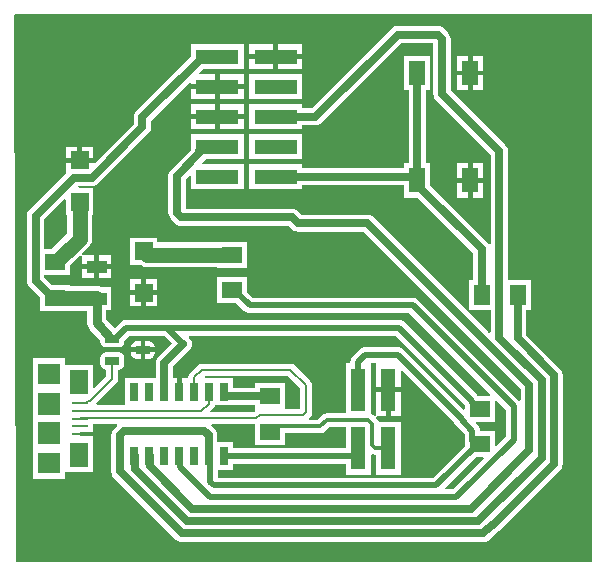
<source format=gbr>
%TF.GenerationSoftware,Altium Limited,Altium Designer,21.0.9 (235)*%
G04 Layer_Physical_Order=1*
G04 Layer_Color=255*
%FSLAX45Y45*%
%MOMM*%
%TF.SameCoordinates,18F7FDDE-D618-47A9-A2A8-584233897502*%
%TF.FilePolarity,Positive*%
%TF.FileFunction,Copper,L1,Top,Signal*%
%TF.Part,Single*%
G01*
G75*
%TA.AperFunction,SMDPad,CuDef*%
%ADD10R,0.70000X1.52500*%
%ADD11R,1.27000X3.68000*%
%ADD12R,1.40000X1.75000*%
%ADD13R,1.75000X1.40000*%
%ADD14R,1.40000X2.10000*%
%ADD15R,1.50000X1.50000*%
%TA.AperFunction,ConnectorPad*%
%ADD16R,3.68000X1.27000*%
%TA.AperFunction,SMDPad,CuDef*%
G04:AMPARAMS|DCode=17|XSize=0.65mm|YSize=1.2mm|CornerRadius=0.04875mm|HoleSize=0mm|Usage=FLASHONLY|Rotation=90.000|XOffset=0mm|YOffset=0mm|HoleType=Round|Shape=RoundedRectangle|*
%AMROUNDEDRECTD17*
21,1,0.65000,1.10250,0,0,90.0*
21,1,0.55250,1.20000,0,0,90.0*
1,1,0.09750,0.55125,0.27625*
1,1,0.09750,0.55125,-0.27625*
1,1,0.09750,-0.55125,-0.27625*
1,1,0.09750,-0.55125,0.27625*
%
%ADD17ROUNDEDRECTD17*%
%ADD18R,1.70000X1.10000*%
%ADD19R,1.90000X1.90000*%
%ADD20R,1.90000X1.80000*%
%ADD21R,1.60000X2.10000*%
%ADD22R,1.35000X0.22860*%
%TA.AperFunction,Conductor*%
%ADD23C,0.20320*%
%ADD24C,0.63500*%
%ADD25C,0.50800*%
%ADD26C,0.25400*%
%ADD27C,1.27000*%
%ADD28C,0.30480*%
%ADD29C,0.76200*%
G36*
X7419340Y2585720D02*
X2545080D01*
X2529760Y7219845D01*
X2538726Y7228840D01*
X7419340D01*
Y2585720D01*
D02*
G37*
%LPC*%
G36*
X4966820Y6969760D02*
X4762500D01*
Y6885940D01*
X4966820D01*
Y6969760D01*
D02*
G37*
G36*
X4721860D02*
X4517540D01*
Y6885940D01*
X4721860D01*
Y6969760D01*
D02*
G37*
G36*
X4966820Y6845300D02*
X4762500D01*
Y6761480D01*
X4966820D01*
Y6845300D01*
D02*
G37*
G36*
X4721860D02*
X4517540D01*
Y6761480D01*
X4721860D01*
Y6845300D01*
D02*
G37*
G36*
X6500220Y6874440D02*
X6409900D01*
Y6749121D01*
X6500220D01*
Y6874440D01*
D02*
G37*
G36*
X6369260D02*
X6278940D01*
Y6749121D01*
X6369260D01*
Y6874440D01*
D02*
G37*
G36*
X4471620Y6715760D02*
X4267300D01*
Y6631940D01*
X4471620D01*
Y6715760D01*
D02*
G37*
G36*
X6500220Y6708481D02*
X6409900D01*
Y6583160D01*
X6500220D01*
Y6708481D01*
D02*
G37*
G36*
X6369260D02*
X6278940D01*
Y6583160D01*
X6369260D01*
Y6708481D01*
D02*
G37*
G36*
X4966820Y6715760D02*
X4517540D01*
Y6507480D01*
X4966820D01*
Y6715760D01*
D02*
G37*
G36*
X4471620Y6591300D02*
X4267300D01*
Y6507480D01*
X4471620D01*
Y6591300D01*
D02*
G37*
G36*
X4226660D02*
X4022340D01*
Y6507480D01*
X4226660D01*
Y6591300D01*
D02*
G37*
G36*
X4471620Y6461760D02*
X4267300D01*
Y6377940D01*
X4471620D01*
Y6461760D01*
D02*
G37*
G36*
X4226660D02*
X4022340D01*
Y6377940D01*
X4226660D01*
Y6461760D01*
D02*
G37*
G36*
X4471620Y6337300D02*
X4267300D01*
Y6253480D01*
X4471620D01*
Y6337300D01*
D02*
G37*
G36*
X4226660D02*
X4022340D01*
Y6253480D01*
X4226660D01*
Y6337300D01*
D02*
G37*
G36*
X3196660Y6104700D02*
X3101340D01*
Y6009380D01*
X3196660D01*
Y6104700D01*
D02*
G37*
G36*
X3060700D02*
X2965380D01*
Y6009380D01*
X3060700D01*
Y6104700D01*
D02*
G37*
G36*
X4966820Y6207760D02*
X4517540D01*
Y5999480D01*
X4966820D01*
Y6207760D01*
D02*
G37*
G36*
X6500220Y5964440D02*
X6409901D01*
Y5839120D01*
X6500220D01*
Y5964440D01*
D02*
G37*
G36*
X6369261D02*
X6278940D01*
Y5839120D01*
X6369261D01*
Y5964440D01*
D02*
G37*
G36*
X6500220Y5798480D02*
X6409901D01*
Y5673160D01*
X6500220D01*
Y5798480D01*
D02*
G37*
G36*
X6369261D02*
X6278940D01*
Y5673160D01*
X6369261D01*
Y5798480D01*
D02*
G37*
G36*
X6112142Y7126595D02*
X5773980D01*
X5755083Y7124107D01*
X5737473Y7116813D01*
X5722351Y7105209D01*
X5047777Y6430635D01*
X4966820D01*
Y6461760D01*
X4517540D01*
Y6253480D01*
X4966820D01*
Y6284605D01*
X5078020D01*
X5096918Y6287093D01*
X5114528Y6294387D01*
X5129649Y6305991D01*
X5804224Y6980565D01*
X6076325D01*
Y6550660D01*
X6078813Y6531762D01*
X6086107Y6514153D01*
X6097711Y6499031D01*
X6561465Y6035276D01*
Y5279844D01*
X6548765Y5275533D01*
X6541049Y5285589D01*
X6050220Y5776418D01*
Y5964440D01*
X6012595D01*
Y6583160D01*
X6050220D01*
Y6874440D01*
X5828940D01*
Y6583160D01*
X5866565D01*
Y5964440D01*
X5828940D01*
Y5922635D01*
X4966820D01*
Y5953760D01*
X4517540D01*
Y5745480D01*
X4966820D01*
Y5776605D01*
X5828940D01*
Y5673160D01*
X5946962D01*
X6416406Y5203716D01*
Y4977000D01*
X6378780D01*
Y4720720D01*
X6561465D01*
Y4533726D01*
X6549732Y4528866D01*
X5569843Y5508755D01*
X5554721Y5520358D01*
X5537112Y5527652D01*
X5518214Y5530140D01*
X4959178D01*
X4930969Y5558349D01*
X4915847Y5569953D01*
X4898238Y5577247D01*
X4879340Y5579735D01*
X3979683D01*
Y5828940D01*
X4010607Y5859864D01*
X4022340Y5855003D01*
Y5745480D01*
X4471620D01*
Y5953760D01*
X4121097D01*
X4116237Y5965493D01*
X4146359Y5995616D01*
X4149324Y5999480D01*
X4471620D01*
Y6207760D01*
X4022340D01*
Y6078113D01*
X3855039Y5910812D01*
X3843436Y5895690D01*
X3836141Y5878081D01*
X3833654Y5859183D01*
Y5543918D01*
X3836141Y5525020D01*
X3843436Y5507410D01*
X3855039Y5492288D01*
X3892237Y5455091D01*
X3907358Y5443487D01*
X3924968Y5436193D01*
X3943866Y5433705D01*
X4849096D01*
X4877305Y5405497D01*
X4892427Y5393893D01*
X4910036Y5386599D01*
X4928934Y5384111D01*
X5487971D01*
X6817103Y4054979D01*
Y3955826D01*
X6804403Y3951515D01*
X6804182Y3951803D01*
X6804181Y3951803D01*
X5948925Y4807060D01*
X5935129Y4817646D01*
X5919064Y4824300D01*
X5901824Y4826570D01*
X5901822Y4826570D01*
X4548511D01*
X4502020Y4873061D01*
Y5000140D01*
X4245740D01*
Y4778860D01*
X4407819D01*
X4473819Y4712861D01*
X4473819Y4712860D01*
X4487615Y4702274D01*
X4503680Y4695620D01*
X4520920Y4693350D01*
X4520922Y4693350D01*
X5874233D01*
X6558870Y4008713D01*
X6554010Y3996980D01*
X6452941D01*
X5833360Y4616560D01*
X5819565Y4627146D01*
X5803500Y4633800D01*
X5786260Y4636070D01*
X5786258Y4636070D01*
X3825134D01*
X3825132Y4636070D01*
X3825130Y4636070D01*
X3475340D01*
X3458100Y4633800D01*
X3442035Y4627146D01*
X3428240Y4616560D01*
X3428239Y4616559D01*
X3381324Y4569645D01*
X3378978Y4569798D01*
X3305219Y4643557D01*
Y4722740D01*
X3351440D01*
Y4914020D01*
X3272325D01*
X3249246Y4923580D01*
X3222060Y4927159D01*
X2998340D01*
Y4936500D01*
X2845318D01*
X2783325Y4998494D01*
Y5015220D01*
X2998340D01*
Y5095153D01*
X3087639Y5184452D01*
X3100160Y5179012D01*
X3100160Y5173394D01*
Y5108700D01*
X3205480D01*
Y5184020D01*
X3111638D01*
X3105168Y5184020D01*
X3099728Y5196541D01*
X3155293Y5252106D01*
X3155294Y5252106D01*
X3171986Y5273861D01*
X3182480Y5299194D01*
X3186059Y5326380D01*
X3186059Y5326382D01*
Y5523420D01*
X3196660D01*
Y5754700D01*
X3078052D01*
X3071264Y5767400D01*
X3072103Y5768655D01*
X3186005D01*
X3204902Y5771143D01*
X3222512Y5778438D01*
X3237634Y5790041D01*
X3664386Y6216794D01*
X3675990Y6231915D01*
X3683284Y6249525D01*
X3685772Y6268423D01*
Y6321654D01*
X4010607Y6646489D01*
X4022340Y6641629D01*
Y6631940D01*
X4226660D01*
Y6715760D01*
X4096472D01*
X4091611Y6727493D01*
X4125598Y6761480D01*
X4471620D01*
Y6969760D01*
X4022340D01*
Y6864738D01*
X3561128Y6403526D01*
X3549525Y6388405D01*
X3542230Y6370795D01*
X3539743Y6351897D01*
Y6298666D01*
X3208393Y5967316D01*
X3204957Y5968740D01*
X3081020D01*
X2965380D01*
Y5879053D01*
X2658681Y5572354D01*
X2647078Y5557232D01*
X2639783Y5539623D01*
X2637295Y5520725D01*
Y4968250D01*
X2639783Y4949353D01*
X2647078Y4931743D01*
X2658681Y4916621D01*
X2742060Y4833242D01*
Y4715220D01*
X2998340D01*
Y4717081D01*
X3146381D01*
Y4610662D01*
X3146380Y4610660D01*
X3149087Y4590105D01*
X3157021Y4570950D01*
X3169642Y4554502D01*
X3255888Y4468256D01*
Y4451415D01*
X3259421Y4433656D01*
X3269481Y4418601D01*
X3284536Y4408541D01*
X3302295Y4405008D01*
X3412545D01*
X3430304Y4408541D01*
X3445359Y4418601D01*
X3455419Y4433656D01*
X3458952Y4451415D01*
Y4458871D01*
X3502931Y4502850D01*
X3797541D01*
X3861022Y4439369D01*
X3745671Y4324017D01*
X3734067Y4308895D01*
X3726773Y4291286D01*
X3724285Y4272388D01*
Y4147290D01*
X3467660D01*
Y3918525D01*
X3226611D01*
X3221750Y3930259D01*
X3394045Y4102553D01*
X3405273Y4119357D01*
X3409215Y4139178D01*
Y4215008D01*
X3412545D01*
X3430304Y4218541D01*
X3445359Y4228601D01*
X3455419Y4243656D01*
X3458952Y4261415D01*
Y4316665D01*
X3455419Y4334424D01*
X3445359Y4349480D01*
X3430304Y4359539D01*
X3412545Y4363072D01*
X3302295D01*
X3284536Y4359539D01*
X3269481Y4349480D01*
X3259421Y4334424D01*
X3255888Y4316665D01*
Y4261415D01*
X3259421Y4243656D01*
X3269481Y4228601D01*
X3284536Y4218541D01*
X3302295Y4215008D01*
X3305625D01*
Y4160632D01*
X3206773Y4061781D01*
X3195040Y4066641D01*
Y4258640D01*
X2955040D01*
Y4313640D01*
X2683760D01*
Y4052360D01*
Y3787360D01*
Y3547360D01*
Y3292360D01*
X2955040D01*
Y3347360D01*
X3195040D01*
Y3620930D01*
X3195040D01*
Y3652680D01*
X3086900D01*
Y3685925D01*
X3195040D01*
Y3685930D01*
Y3753975D01*
X3394198D01*
X3399458Y3741275D01*
X3370855Y3712672D01*
X3359251Y3697550D01*
X3351957Y3679940D01*
X3349469Y3661042D01*
Y3354639D01*
X3351957Y3335741D01*
X3359251Y3318132D01*
X3370855Y3303010D01*
X3895934Y2777931D01*
X3911055Y2766327D01*
X3928665Y2759033D01*
X3947563Y2756545D01*
X6499816D01*
X6518714Y2759033D01*
X6536324Y2766327D01*
X6551445Y2777931D01*
X6610570Y2837056D01*
X6617647Y2839987D01*
X6632769Y2851591D01*
X7150027Y3368848D01*
X7161630Y3383970D01*
X7168924Y3401580D01*
X7171412Y3420478D01*
Y4171495D01*
X7168924Y4190392D01*
X7161630Y4208002D01*
X7150027Y4223124D01*
X6862435Y4510716D01*
Y4720720D01*
X6900060D01*
Y4977000D01*
X6707495D01*
Y6065520D01*
X6705007Y6084418D01*
X6697713Y6102027D01*
X6686109Y6117149D01*
X6222355Y6580904D01*
Y7016382D01*
X6219867Y7035280D01*
X6212573Y7052890D01*
X6200969Y7068012D01*
X6163772Y7105209D01*
X6148650Y7116813D01*
X6131040Y7124107D01*
X6112142Y7126595D01*
D02*
G37*
G36*
X3246120Y5184020D02*
Y5108700D01*
X3351440D01*
Y5184020D01*
X3246120D01*
D02*
G37*
G36*
X3740220Y5335340D02*
X3508940D01*
Y5104060D01*
X3595059D01*
X3602261Y5098534D01*
X3627594Y5088040D01*
X3654780Y5084461D01*
X3654782Y5084461D01*
X4245740D01*
Y5078860D01*
X4502020D01*
Y5300140D01*
X4245740D01*
Y5294539D01*
X3740220D01*
Y5335340D01*
D02*
G37*
G36*
X3351440Y5068060D02*
X3246120D01*
Y4992740D01*
X3351440D01*
Y5068060D01*
D02*
G37*
G36*
X3205480D02*
X3100160D01*
Y4992740D01*
X3205480D01*
Y5068060D01*
D02*
G37*
G36*
X3740220Y4985340D02*
X3644900D01*
Y4890020D01*
X3740220D01*
Y4985340D01*
D02*
G37*
G36*
X3604260D02*
X3508940D01*
Y4890020D01*
X3604260D01*
Y4985340D01*
D02*
G37*
G36*
X3740220Y4849380D02*
X3644900D01*
Y4754060D01*
X3740220D01*
Y4849380D01*
D02*
G37*
G36*
X3604260D02*
X3508940D01*
Y4754060D01*
X3604260D01*
Y4849380D01*
D02*
G37*
G36*
X3672545Y4458072D02*
X3637740D01*
Y4404360D01*
X3718952D01*
Y4411665D01*
X3715419Y4429424D01*
X3705359Y4444480D01*
X3690304Y4454539D01*
X3672545Y4458072D01*
D02*
G37*
G36*
X3597100D02*
X3562295D01*
X3544536Y4454539D01*
X3529481Y4444480D01*
X3519421Y4429424D01*
X3515888Y4411665D01*
Y4404360D01*
X3597100D01*
Y4458072D01*
D02*
G37*
G36*
X3718952Y4363720D02*
X3637740D01*
Y4310008D01*
X3672545D01*
X3690304Y4313541D01*
X3705359Y4323600D01*
X3715419Y4338656D01*
X3718952Y4356415D01*
Y4363720D01*
D02*
G37*
G36*
X3597100D02*
X3515888D01*
Y4356415D01*
X3519421Y4338656D01*
X3529481Y4323600D01*
X3544536Y4313541D01*
X3562295Y4310008D01*
X3597100D01*
Y4363720D01*
D02*
G37*
%LPD*%
G36*
X2965380Y5655943D02*
Y5523420D01*
X2975981D01*
Y5369888D01*
X2842592Y5236500D01*
X2783325D01*
Y5490482D01*
X2953647Y5660804D01*
X2965380Y5655943D01*
D02*
G37*
G36*
X4945785Y4063343D02*
Y3884802D01*
X4819520D01*
Y4100980D01*
X4563240D01*
Y4063355D01*
X4380940D01*
Y4147290D01*
X4147054D01*
X4140735Y4159990D01*
X4144225Y4164605D01*
X4844523D01*
X4945785Y4063343D01*
D02*
G37*
G36*
X4563240Y3879700D02*
X4563240D01*
X4565449Y3867000D01*
X4556014Y3857565D01*
X4193788D01*
X4188928Y3869299D01*
X4212385Y3892755D01*
X4223613Y3909559D01*
X4224398Y3913510D01*
X4380940D01*
Y3917325D01*
X4563240D01*
Y3879700D01*
D02*
G37*
G36*
X6341240Y3920279D02*
Y3883834D01*
X6329507Y3878974D01*
X5820521Y4387960D01*
X5806725Y4398546D01*
X5790660Y4405200D01*
X5773420Y4407470D01*
X5773418Y4407470D01*
X5501642D01*
X5501640Y4407470D01*
X5484400Y4405200D01*
X5468335Y4398546D01*
X5454540Y4387960D01*
X5454539Y4387959D01*
X5393580Y4327000D01*
X5382994Y4313205D01*
X5376340Y4297140D01*
X5374070Y4279900D01*
X5365797Y4270760D01*
X5336540D01*
Y3847775D01*
X5172403D01*
X5150600Y3843438D01*
X5132116Y3831087D01*
X5094963Y3793935D01*
X5027802D01*
X5022541Y3806635D01*
X5034205Y3818298D01*
X5045433Y3835102D01*
X5049375Y3854923D01*
Y4084797D01*
X5045433Y4104618D01*
X5034205Y4121422D01*
X4902602Y4253025D01*
X4885798Y4264253D01*
X4865977Y4268195D01*
X4117341D01*
X4117340Y4268195D01*
X4097519Y4264253D01*
X4080715Y4253025D01*
X4080715Y4253024D01*
X4014675Y4186985D01*
X4003447Y4170181D01*
X3999505Y4150360D01*
Y4147290D01*
X3944620D01*
Y4030400D01*
X3903980D01*
Y4147290D01*
X3870315D01*
Y4242145D01*
X4011381Y4383211D01*
X4022984Y4398333D01*
X4030278Y4415942D01*
X4032766Y4434840D01*
X4030278Y4453737D01*
X4022984Y4471347D01*
X4011381Y4486469D01*
X4006584Y4490150D01*
X4010895Y4502850D01*
X5758669D01*
X6341240Y3920279D01*
D02*
G37*
G36*
X6690472Y3877111D02*
Y3650738D01*
X6609253Y3569520D01*
X6597520Y3574380D01*
Y3696980D01*
X6486189D01*
X6473890Y3697546D01*
X6471620Y3714785D01*
X6464966Y3730850D01*
X6454381Y3744646D01*
X6454380Y3744647D01*
X6435060Y3763967D01*
X6439920Y3775700D01*
X6597520D01*
Y3953470D01*
X6609253Y3958330D01*
X6690472Y3877111D01*
D02*
G37*
G36*
X4563240Y3579700D02*
X4819520D01*
Y3679985D01*
X5118563D01*
X5140366Y3684322D01*
X5158850Y3696673D01*
X5196003Y3733825D01*
X5336540D01*
Y3554610D01*
X4380940D01*
Y3604890D01*
X4248064D01*
Y3661042D01*
X4245576Y3679940D01*
X4238282Y3697550D01*
X4226679Y3712672D01*
X4198075Y3741275D01*
X4203336Y3753975D01*
X4563240D01*
Y3579700D01*
D02*
G37*
G36*
X5590540Y4270760D02*
Y4066440D01*
X5798820D01*
Y4204666D01*
X5810553Y4209526D01*
X6253738Y3766341D01*
X6258154Y3755680D01*
X6268740Y3741885D01*
X6340670Y3669955D01*
Y3610342D01*
X6340670Y3610340D01*
X6341240Y3606009D01*
Y3569901D01*
X6073909Y3302570D01*
X4254510D01*
Y3371110D01*
X4380940D01*
Y3421390D01*
X5336540D01*
Y3326280D01*
X5544820D01*
Y3495594D01*
X5557520Y3502383D01*
X5563657Y3498282D01*
X5585460Y3493945D01*
X5590540D01*
Y3326280D01*
X5798820D01*
Y3775560D01*
X5613555D01*
X5612698Y3779870D01*
X5600347Y3798353D01*
X5589483Y3809218D01*
X5595181Y3821480D01*
X5674360D01*
Y4025800D01*
X5590540D01*
Y3826121D01*
X5578278Y3820423D01*
X5567613Y3831087D01*
X5549129Y3843438D01*
X5544820Y3844295D01*
Y4270760D01*
X5556074Y4274250D01*
X5579286D01*
X5590540Y4270760D01*
D02*
G37*
G36*
X6503700Y3463967D02*
X6241974Y3202240D01*
X6178575D01*
X6173714Y3213973D01*
X6435441Y3475700D01*
X6498840D01*
X6503700Y3463967D01*
D02*
G37*
%LPC*%
G36*
X5798820Y4025800D02*
X5715000D01*
Y3821480D01*
X5798820D01*
Y4025800D01*
D02*
G37*
%LPD*%
D10*
X3797300Y4030400D02*
D03*
X3924300D02*
D03*
X3543300Y3488000D02*
D03*
X3670300D02*
D03*
X3797300D02*
D03*
X3924300D02*
D03*
X4051300D02*
D03*
X4178300D02*
D03*
X4305300D02*
D03*
Y4030400D02*
D03*
X4178300D02*
D03*
X4051300D02*
D03*
X3670300D02*
D03*
X3543300D02*
D03*
D11*
X5440680Y3550920D02*
D03*
Y4046120D02*
D03*
X5694680Y3550920D02*
D03*
Y4046120D02*
D03*
D12*
X6789420Y4848860D02*
D03*
X6489420D02*
D03*
D13*
X4691380Y3990340D02*
D03*
Y3690340D02*
D03*
X4373880Y4889500D02*
D03*
Y5189500D02*
D03*
X2870200Y5125860D02*
D03*
Y4825860D02*
D03*
X6469380Y3586340D02*
D03*
Y3886340D02*
D03*
D14*
X6389580Y5818800D02*
D03*
Y6728800D02*
D03*
X5939580D02*
D03*
Y5818800D02*
D03*
D15*
X3624580Y5219700D02*
D03*
Y4869700D02*
D03*
X3081020Y5639060D02*
D03*
Y5989060D02*
D03*
D16*
X4742180Y5849620D02*
D03*
X4246980Y6865620D02*
D03*
X4742180D02*
D03*
X4246980Y6611620D02*
D03*
X4742180D02*
D03*
X4246980Y6357620D02*
D03*
X4742180D02*
D03*
X4246980Y6103620D02*
D03*
X4742180D02*
D03*
X4246980Y5849620D02*
D03*
D17*
X3617420Y4384040D02*
D03*
X3357420Y4289040D02*
D03*
Y4479040D02*
D03*
D18*
X3225800Y4818380D02*
D03*
Y5088380D02*
D03*
D19*
X2819400Y3683000D02*
D03*
Y3923000D02*
D03*
D20*
Y3423000D02*
D03*
Y4183000D02*
D03*
D21*
X3074400Y3493000D02*
D03*
Y4113000D02*
D03*
D22*
X3086900Y3933000D02*
D03*
Y3738000D02*
D03*
Y3868000D02*
D03*
Y3803000D02*
D03*
Y3673000D02*
D03*
D23*
X4113110Y3866730D02*
X4175760Y3929380D01*
X3088170Y3866730D02*
X4113110D01*
X4175760Y4027860D02*
X4178300Y4030400D01*
X4175760Y3929380D02*
Y4027860D01*
X4051300Y4030400D02*
Y4150360D01*
X4117340Y4216400D02*
X4865977D01*
X4051300Y4150360D02*
X4117340Y4216400D01*
X4865977D02*
X4997580Y4084797D01*
Y3854923D02*
Y4084797D01*
X3086900Y3868000D02*
X3088170Y3866730D01*
X3152732Y3804270D02*
X3154232Y3805770D01*
X3086900Y3803000D02*
X3088170Y3804270D01*
X4577468Y3805770D02*
X4604705Y3833007D01*
X3154232Y3805770D02*
X4577468D01*
X3088170Y3804270D02*
X3152732D01*
X4975664Y3833007D02*
X4997580Y3854923D01*
X4604705Y3833007D02*
X4975664D01*
X3166705Y3948463D02*
X3357420Y4139178D01*
X3150903Y3948463D02*
X3166705D01*
X3136900Y3934460D02*
X3150903Y3948463D01*
X3357420Y4139178D02*
Y4289040D01*
D24*
X3459681Y3698240D02*
X4137852D01*
X4175050Y3491250D02*
Y3661042D01*
X3422484D02*
X3459681Y3698240D01*
X4137852D02*
X4175050Y3661042D01*
X3422484Y3354639D02*
Y3661042D01*
X3943866Y5506720D02*
X4879340D01*
X3906668Y5543918D02*
X3943866Y5506720D01*
X4879340D02*
X4928934Y5457126D01*
X3906668Y5543918D02*
Y5859183D01*
X4094730Y6071870D02*
X4126480Y6103620D01*
X4094730Y6047245D02*
Y6071870D01*
X4126480Y6103620D02*
X4246980D01*
X3906668Y5859183D02*
X4094730Y6047245D01*
X6634480Y4488136D02*
Y6065520D01*
X6149340Y6550660D02*
Y7016382D01*
Y6550660D02*
X6634480Y6065520D01*
X6112142Y7053580D02*
X6149340Y7016382D01*
X5773980Y7053580D02*
X6112142D01*
X4308550Y3990340D02*
X4691380D01*
X4305300Y3993590D02*
X4308550Y3990340D01*
X4305300Y3993590D02*
Y4030400D01*
X3797300Y4272388D02*
X3959752Y4434840D01*
X3797300Y4030400D02*
Y4272388D01*
X4928934Y5457126D02*
X5518214D01*
X6890118Y4085222D01*
X7098398Y3420478D02*
Y4171495D01*
X6994258Y3471277D02*
Y4128359D01*
X6890118Y3534778D02*
Y4085222D01*
X6634480Y4488136D02*
X6994258Y4128359D01*
X6789420Y4480472D02*
X7098398Y4171495D01*
X6789420Y4480472D02*
Y4848860D01*
X5078020Y6357620D02*
X5773980Y7053580D01*
X4175050Y3491250D02*
X4178300Y3488000D01*
X3422484Y3354639D02*
X3947563Y2829560D01*
X6499816D02*
X6573476Y2903220D01*
X3947563Y2829560D02*
X6499816D01*
X6573476Y2903220D02*
X6581140D01*
X7098398Y3420478D01*
X5939580Y5818800D02*
Y5818990D01*
Y5783800D02*
Y5818800D01*
X6489420Y4848860D02*
Y5233960D01*
X5939580Y5783800D02*
X6489420Y5233960D01*
X4884420Y5849620D02*
X5908950D01*
X5939580Y5818990D01*
X4876800Y5842000D02*
X4884420Y5849620D01*
X4742180D02*
X4869180D01*
X4876800Y5842000D01*
X3673550Y3398125D02*
X4033835Y3037840D01*
X6393180D01*
X6890118Y3534778D01*
X3670300Y3488000D02*
X3673550Y3484750D01*
Y3398125D02*
Y3484750D01*
X3546550Y3377849D02*
Y3484750D01*
Y3377849D02*
X3990699Y2933700D01*
X6456680D01*
X3543300Y3488000D02*
X3546550Y3484750D01*
X6456680Y2933700D02*
X6994258Y3471277D01*
X4808220Y6357620D02*
X5078020D01*
X4800600Y6350000D02*
X4808220Y6357620D01*
X4742180D02*
X4792980D01*
X4800600Y6350000D01*
X4123940Y6863080D02*
X4274820D01*
X2852700Y4825860D02*
X2870200D01*
X2710310Y4968250D02*
X2852700Y4825860D01*
X2710310Y4968250D02*
Y5520725D01*
X3031255Y5841670D01*
X3186005D01*
X3612757Y6268423D01*
Y6351897D01*
X4123940Y6863080D01*
X5939580Y5818990D02*
Y6728800D01*
X2870200Y5125860D02*
X2880500D01*
X2890520Y5135880D01*
X2870200Y4825860D02*
X2873940Y4822120D01*
X3222060D02*
X3225800Y4818380D01*
D25*
X5440680Y4046120D02*
Y4279900D01*
X5501640Y4340860D02*
X5773420D01*
X5440680Y4279900D02*
X5501640Y4340860D01*
X5773420D02*
X6315840Y3798440D01*
X6407280Y3610340D02*
Y3697545D01*
X6315840Y3788985D02*
Y3798440D01*
Y3788985D02*
X6407280Y3697545D01*
X6101500Y3235960D02*
X6451880Y3586340D01*
X6407280Y3610340D02*
X6431280Y3586340D01*
X5786260Y4569460D02*
X6407280Y3948440D01*
Y3930940D02*
Y3948440D01*
X3825132Y4569460D02*
X5786260D01*
X3825132D02*
X3959752Y4434840D01*
X5901824Y4759960D02*
X6757082Y3904702D01*
X4391380Y4889500D02*
X4520920Y4759960D01*
X5901824D01*
X4187900Y3265718D02*
Y3478400D01*
X4178300Y3488000D02*
X4187900Y3478400D01*
Y3265718D02*
X4217658Y3235960D01*
X3933900Y3390403D02*
Y3478400D01*
Y3390403D02*
X4188673Y3135630D01*
X6269565D02*
X6757082Y3623147D01*
X4188673Y3135630D02*
X6269565D01*
X4217658Y3235960D02*
X6101500D01*
X5402580Y3488000D02*
X5440680Y3526100D01*
X4305300Y3488000D02*
X5402580D01*
X5440680Y3526100D02*
Y3550920D01*
X6757082Y3623147D02*
Y3904702D01*
X3924300Y3488000D02*
X3933900Y3478400D01*
X6407280Y3930940D02*
X6451880Y3886340D01*
X6469380D01*
X4272280Y6865620D02*
X4274820Y6863080D01*
X4246980Y6865620D02*
X4272280D01*
X3384920Y4479040D02*
X3475340Y4569460D01*
X3825132D01*
X4373880Y4889500D02*
X4391380D01*
X3329920Y4479040D02*
X3357420D01*
X3322820Y4486140D02*
X3329920Y4479040D01*
X3322820Y4486140D02*
Y4513640D01*
X3357420Y4479040D02*
X3384920D01*
D26*
X6431280Y3586340D02*
X6451880D01*
X6469380D01*
D27*
X3654780Y5189500D02*
X4373880D01*
X3624580Y5219700D02*
X3654780Y5189500D01*
X3081020Y5326380D02*
Y5639060D01*
X2890520Y5135880D02*
X3081020Y5326380D01*
X2873940Y4822120D02*
X3222060D01*
D28*
X5172403Y3790800D02*
X5527326D01*
X5560060Y3758066D01*
Y3576320D02*
Y3758066D01*
X4738000Y3736960D02*
X5118563D01*
X5172403Y3790800D01*
X4691380Y3690340D02*
X4738000Y3736960D01*
X5585460Y3550920D02*
X5694680D01*
X5560060Y3576320D02*
X5585460Y3550920D01*
D29*
X3225800Y4610660D02*
X3322820Y4513640D01*
X3225800Y4610660D02*
Y4818380D01*
%TF.MD5,f8e9b06910e70ab1adc3d6013d480330*%
M02*

</source>
